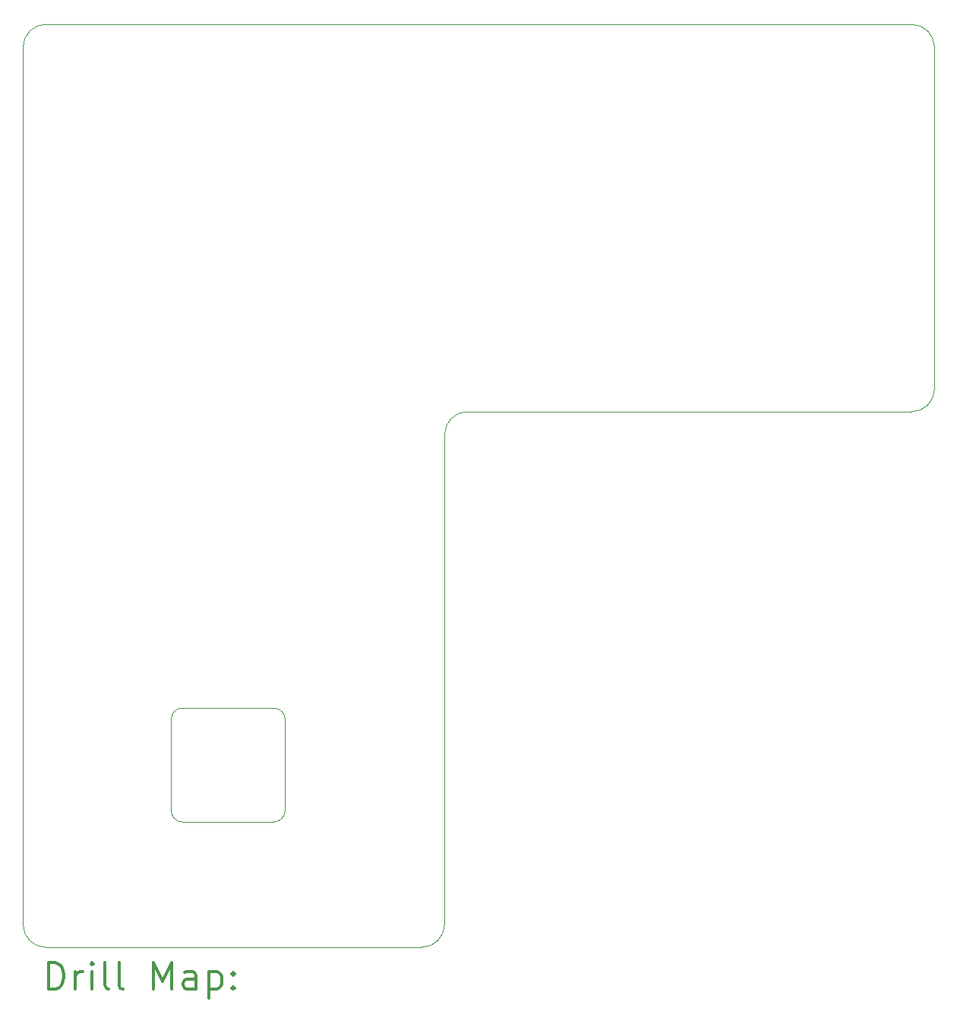
<source format=gbr>
%FSLAX45Y45*%
G04 Gerber Fmt 4.5, Leading zero omitted, Abs format (unit mm)*
G04 Created by KiCad (PCBNEW (5.1.12)-1) date 2022-01-03 17:19:07*
%MOMM*%
%LPD*%
G01*
G04 APERTURE LIST*
%TA.AperFunction,Profile*%
%ADD10C,0.050000*%
%TD*%
%ADD11C,0.200000*%
%ADD12C,0.300000*%
G04 APERTURE END LIST*
D10*
X13589000Y-12954000D02*
G75*
G02*
X13462000Y-13081000I-127000J0D01*
G01*
X12446000Y-13081000D02*
G75*
G02*
X12319000Y-12954000I0J127000D01*
G01*
X12319000Y-11938000D02*
G75*
G02*
X12446000Y-11811000I127000J0D01*
G01*
X13462000Y-11811000D02*
G75*
G02*
X13589000Y-11938000I0J-127000D01*
G01*
X12446000Y-11811000D02*
X13462000Y-11811000D01*
X13589000Y-12954000D02*
X13589000Y-11938000D01*
X13462000Y-13081000D02*
X12446000Y-13081000D01*
X12319000Y-11938000D02*
X12319000Y-12954000D01*
X20828000Y-8255000D02*
G75*
G02*
X20574000Y-8509000I-254000J0D01*
G01*
X15367000Y-8763000D02*
G75*
G02*
X15621000Y-8509000I254000J0D01*
G01*
X20574000Y-8509000D02*
X15621000Y-8509000D01*
X20828000Y-4445000D02*
X20828000Y-8255000D01*
X20574000Y-4191000D02*
G75*
G02*
X20828000Y-4445000I0J-254000D01*
G01*
X10668000Y-4445000D02*
G75*
G02*
X10922000Y-4191000I254000J0D01*
G01*
X15367000Y-14224000D02*
G75*
G02*
X15113000Y-14478000I-254000J0D01*
G01*
X10922000Y-14478000D02*
G75*
G02*
X10668000Y-14224000I0J254000D01*
G01*
X20574000Y-4191000D02*
X10922000Y-4191000D01*
X10668000Y-4445000D02*
X10668000Y-14224000D01*
X15367000Y-8763000D02*
X15367000Y-14224000D01*
X15113000Y-14478000D02*
X10922000Y-14478000D01*
D11*
D12*
X10951928Y-14946214D02*
X10951928Y-14646214D01*
X11023357Y-14646214D01*
X11066214Y-14660500D01*
X11094786Y-14689071D01*
X11109071Y-14717643D01*
X11123357Y-14774786D01*
X11123357Y-14817643D01*
X11109071Y-14874786D01*
X11094786Y-14903357D01*
X11066214Y-14931929D01*
X11023357Y-14946214D01*
X10951928Y-14946214D01*
X11251928Y-14946214D02*
X11251928Y-14746214D01*
X11251928Y-14803357D02*
X11266214Y-14774786D01*
X11280500Y-14760500D01*
X11309071Y-14746214D01*
X11337643Y-14746214D01*
X11437643Y-14946214D02*
X11437643Y-14746214D01*
X11437643Y-14646214D02*
X11423357Y-14660500D01*
X11437643Y-14674786D01*
X11451928Y-14660500D01*
X11437643Y-14646214D01*
X11437643Y-14674786D01*
X11623357Y-14946214D02*
X11594786Y-14931929D01*
X11580500Y-14903357D01*
X11580500Y-14646214D01*
X11780500Y-14946214D02*
X11751928Y-14931929D01*
X11737643Y-14903357D01*
X11737643Y-14646214D01*
X12123357Y-14946214D02*
X12123357Y-14646214D01*
X12223357Y-14860500D01*
X12323357Y-14646214D01*
X12323357Y-14946214D01*
X12594786Y-14946214D02*
X12594786Y-14789071D01*
X12580500Y-14760500D01*
X12551928Y-14746214D01*
X12494786Y-14746214D01*
X12466214Y-14760500D01*
X12594786Y-14931929D02*
X12566214Y-14946214D01*
X12494786Y-14946214D01*
X12466214Y-14931929D01*
X12451928Y-14903357D01*
X12451928Y-14874786D01*
X12466214Y-14846214D01*
X12494786Y-14831929D01*
X12566214Y-14831929D01*
X12594786Y-14817643D01*
X12737643Y-14746214D02*
X12737643Y-15046214D01*
X12737643Y-14760500D02*
X12766214Y-14746214D01*
X12823357Y-14746214D01*
X12851928Y-14760500D01*
X12866214Y-14774786D01*
X12880500Y-14803357D01*
X12880500Y-14889071D01*
X12866214Y-14917643D01*
X12851928Y-14931929D01*
X12823357Y-14946214D01*
X12766214Y-14946214D01*
X12737643Y-14931929D01*
X13009071Y-14917643D02*
X13023357Y-14931929D01*
X13009071Y-14946214D01*
X12994786Y-14931929D01*
X13009071Y-14917643D01*
X13009071Y-14946214D01*
X13009071Y-14760500D02*
X13023357Y-14774786D01*
X13009071Y-14789071D01*
X12994786Y-14774786D01*
X13009071Y-14760500D01*
X13009071Y-14789071D01*
M02*

</source>
